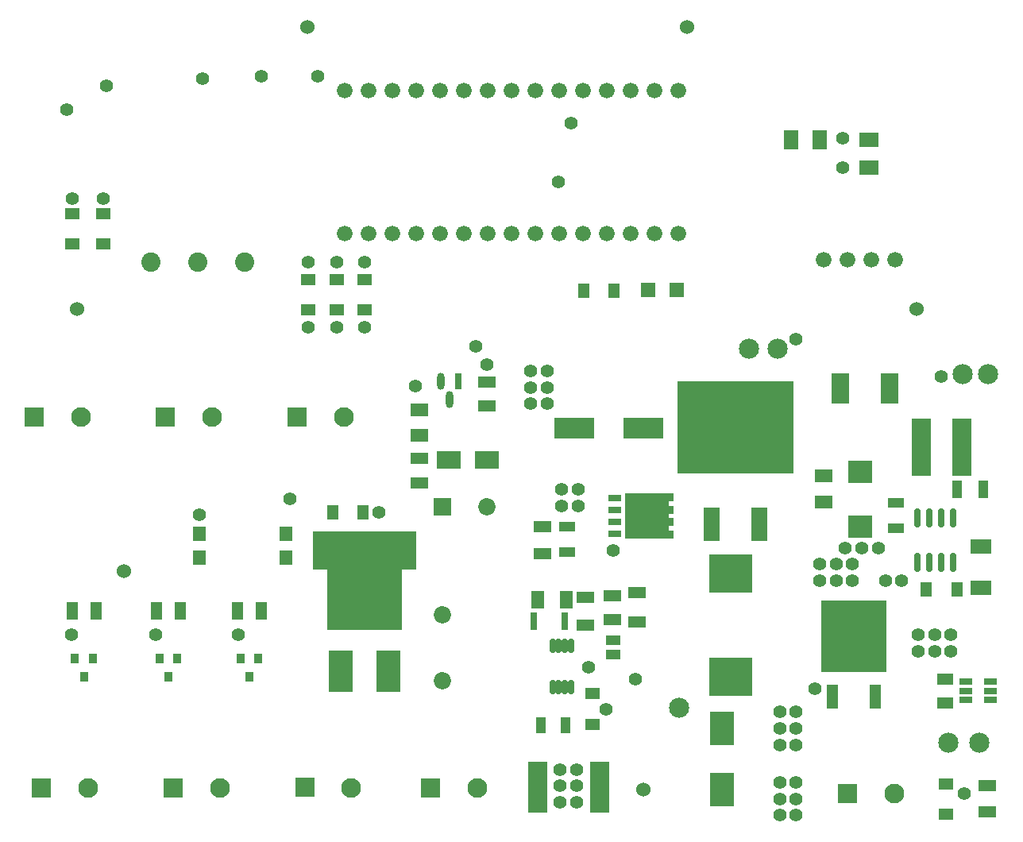
<source format=gts>
G04*
G04 #@! TF.GenerationSoftware,Altium Limited,Altium Designer,21.3.2 (30)*
G04*
G04 Layer_Color=8388736*
%FSLAX44Y44*%
%MOMM*%
G71*
G04*
G04 #@! TF.SameCoordinates,4244C718-2E5F-4D70-85F9-B0E7FB749B1B*
G04*
G04*
G04 #@! TF.FilePolarity,Negative*
G04*
G01*
G75*
%ADD61R,1.8082X1.2555*%
%ADD62R,1.5500X1.6500*%
%ADD63R,1.6500X1.1500*%
%ADD64C,2.1500*%
%ADD65R,1.3500X0.8000*%
%ADD66R,1.1500X2.6500*%
%ADD67R,7.0000X7.6500*%
%ADD68R,2.5000X2.3500*%
%ADD69R,0.7769X1.8087*%
G04:AMPARAMS|DCode=70|XSize=1.8087mm|YSize=0.7769mm|CornerRadius=0.3884mm|HoleSize=0mm|Usage=FLASHONLY|Rotation=270.000|XOffset=0mm|YOffset=0mm|HoleType=Round|Shape=RoundedRectangle|*
%AMROUNDEDRECTD70*
21,1,1.8087,0.0000,0,0,270.0*
21,1,1.0319,0.7769,0,0,270.0*
1,1,0.7768,0.0000,-0.5159*
1,1,0.7768,0.0000,0.5159*
1,1,0.7768,0.0000,0.5159*
1,1,0.7768,0.0000,-0.5159*
%
%ADD70ROUNDEDRECTD70*%
%ADD71R,2.6500X1.8500*%
%ADD72R,1.8500X1.2000*%
%ADD73R,1.9500X1.4000*%
%ADD74R,1.9500X1.2000*%
%ADD75R,4.6500X4.1500*%
%ADD76O,0.7500X2.0500*%
G04:AMPARAMS|DCode=77|XSize=0.6mm|YSize=1.5mm|CornerRadius=0.1245mm|HoleSize=0mm|Usage=FLASHONLY|Rotation=0.000|XOffset=0mm|YOffset=0mm|HoleType=Round|Shape=RoundedRectangle|*
%AMROUNDEDRECTD77*
21,1,0.6000,1.2510,0,0,0.0*
21,1,0.3510,1.5000,0,0,0.0*
1,1,0.2490,0.1755,-0.6255*
1,1,0.2490,-0.1755,-0.6255*
1,1,0.2490,-0.1755,0.6255*
1,1,0.2490,0.1755,0.6255*
%
%ADD77ROUNDEDRECTD77*%
%ADD78R,1.5000X1.2500*%
%ADD79R,2.2500X1.5500*%
%ADD80R,2.5500X4.3800*%
%ADD81C,7.3500*%
%ADD82R,1.4500X1.6500*%
%ADD83R,1.1500X1.6500*%
%ADD84R,0.9500X1.0500*%
%ADD85R,1.2000X1.8500*%
%ADD86R,1.6000X2.0000*%
%ADD87R,2.0500X1.6500*%
%ADD88R,1.0500X1.7000*%
%ADD89R,1.7000X1.0500*%
%ADD90R,1.8500X1.3000*%
%ADD91R,1.4000X1.9500*%
%ADD92R,4.3500X2.2500*%
%ADD93R,1.5000X1.1000*%
%ADD94R,1.9700X1.3100*%
%ADD95R,0.7062X1.9562*%
%ADD96R,2.1500X6.1500*%
%ADD97R,1.2500X1.5000*%
%ADD98R,1.1000X1.8500*%
%ADD99R,1.9300X3.3000*%
%ADD100R,1.7500X3.6500*%
%ADD101R,12.3500X9.9000*%
%ADD102R,2.1500X5.4500*%
%ADD103R,2.6500X3.6500*%
%ADD104R,1.9082X1.3061*%
%ADD105C,2.0500*%
%ADD106C,1.5240*%
%ADD107C,1.6740*%
%ADD108C,2.1000*%
%ADD109R,2.1000X2.1000*%
%ADD110C,1.8500*%
%ADD111R,1.8500X1.8500*%
%ADD112C,1.4200*%
G36*
X737678Y-576653D02*
X737793Y-576680D01*
X737902Y-576726D01*
X738002Y-576787D01*
X738092Y-576864D01*
X738169Y-576954D01*
X738230Y-577054D01*
X738276Y-577164D01*
X738303Y-577278D01*
X738312Y-577396D01*
Y-584396D01*
X738303Y-584514D01*
X738276Y-584628D01*
X738230Y-584738D01*
X738169Y-584838D01*
X738092Y-584928D01*
X738002Y-585005D01*
X737902Y-585066D01*
X737793Y-585112D01*
X737678Y-585139D01*
X737560Y-585148D01*
X733312D01*
Y-589994D01*
X737560D01*
X737678Y-590003D01*
X737793Y-590031D01*
X737902Y-590076D01*
X738002Y-590137D01*
X738092Y-590214D01*
X738169Y-590304D01*
X738230Y-590405D01*
X738276Y-590513D01*
X738303Y-590628D01*
X738312Y-590746D01*
Y-597746D01*
X738303Y-597864D01*
X738276Y-597979D01*
X738230Y-598088D01*
X738169Y-598188D01*
X738092Y-598278D01*
X738002Y-598355D01*
X737902Y-598416D01*
X737793Y-598461D01*
X737678Y-598489D01*
X737560Y-598498D01*
X733312D01*
Y-603294D01*
X737560D01*
X737678Y-603303D01*
X737793Y-603330D01*
X737902Y-603376D01*
X738002Y-603437D01*
X738092Y-603514D01*
X738169Y-603604D01*
X738230Y-603704D01*
X738276Y-603814D01*
X738303Y-603928D01*
X738312Y-604046D01*
Y-611046D01*
X738303Y-611164D01*
X738276Y-611278D01*
X738230Y-611388D01*
X738169Y-611488D01*
X738092Y-611578D01*
X738002Y-611655D01*
X737902Y-611716D01*
X737793Y-611762D01*
X737678Y-611789D01*
X737560Y-611798D01*
X733312D01*
Y-616644D01*
X737560D01*
X737678Y-616653D01*
X737793Y-616680D01*
X737902Y-616726D01*
X738002Y-616787D01*
X738092Y-616864D01*
X738169Y-616954D01*
X738230Y-617054D01*
X738276Y-617164D01*
X738303Y-617278D01*
X738312Y-617396D01*
Y-624396D01*
X738303Y-624514D01*
X738276Y-624628D01*
X738230Y-624738D01*
X738169Y-624838D01*
X738092Y-624928D01*
X738002Y-625005D01*
X737902Y-625066D01*
X737793Y-625112D01*
X737678Y-625139D01*
X737560Y-625148D01*
X687560D01*
X687442Y-625139D01*
X687327Y-625112D01*
X687218Y-625066D01*
X687118Y-625005D01*
X687028Y-624928D01*
X686951Y-624838D01*
X686890Y-624738D01*
X686844Y-624628D01*
X686817Y-624514D01*
X686808Y-624396D01*
Y-577396D01*
X686817Y-577278D01*
X686844Y-577164D01*
X686890Y-577054D01*
X686951Y-576954D01*
X687028Y-576864D01*
X687118Y-576787D01*
X687218Y-576726D01*
X687327Y-576680D01*
X687442Y-576653D01*
X687560Y-576644D01*
X737560D01*
X737678Y-576653D01*
D02*
G37*
G36*
X463750Y-657700D02*
X448750D01*
Y-722700D01*
X368750D01*
Y-657700D01*
X353750D01*
Y-617500D01*
X463750D01*
Y-657700D01*
D02*
G37*
D61*
X1027500Y-800264D02*
D03*
Y-774736D02*
D03*
D62*
X711144Y-360219D02*
D03*
X741144D02*
D03*
D63*
X408750Y-349000D02*
D03*
Y-381000D02*
D03*
X378750Y-349000D02*
D03*
Y-381000D02*
D03*
X348750Y-349000D02*
D03*
Y-381000D02*
D03*
X97500Y-311000D02*
D03*
Y-279000D02*
D03*
X130000Y-311000D02*
D03*
Y-279000D02*
D03*
X1028750Y-918500D02*
D03*
Y-886500D02*
D03*
D64*
X848750Y-422500D02*
D03*
X1063750Y-842500D02*
D03*
X743750Y-805000D02*
D03*
X1031250Y-842500D02*
D03*
X1046250Y-450000D02*
D03*
X1073750D02*
D03*
X818750Y-422500D02*
D03*
D65*
X1075770Y-796763D02*
D03*
Y-787263D02*
D03*
Y-777763D02*
D03*
X1049770D02*
D03*
Y-787263D02*
D03*
Y-796763D02*
D03*
X675060Y-581846D02*
D03*
Y-594546D02*
D03*
Y-607246D02*
D03*
Y-619946D02*
D03*
X731250Y-620962D02*
D03*
Y-607500D02*
D03*
Y-594292D02*
D03*
Y-580830D02*
D03*
D66*
X907220Y-793881D02*
D03*
X952820D02*
D03*
D67*
X930020Y-728881D02*
D03*
D68*
X936887Y-553688D02*
D03*
Y-612188D02*
D03*
D69*
X508240Y-457402D02*
D03*
D70*
X489940D02*
D03*
X499090Y-476936D02*
D03*
D71*
X498750Y-541230D02*
D03*
X538750D02*
D03*
D72*
X467483Y-565446D02*
D03*
Y-539946D02*
D03*
X598750Y-641000D02*
D03*
Y-612500D02*
D03*
D73*
X467483Y-487575D02*
D03*
Y-515075D02*
D03*
X898297Y-558483D02*
D03*
Y-585983D02*
D03*
D74*
X538750Y-483980D02*
D03*
Y-458480D02*
D03*
X672648Y-686236D02*
D03*
Y-711736D02*
D03*
D75*
X798750Y-772500D02*
D03*
Y-662500D02*
D03*
D76*
X1036429Y-603427D02*
D03*
X1023729D02*
D03*
X1011029D02*
D03*
X998329D02*
D03*
X1036429Y-650426D02*
D03*
X1023729D02*
D03*
X1011029D02*
D03*
X998329D02*
D03*
D77*
X628684Y-783430D02*
D03*
Y-738931D02*
D03*
X622184D02*
D03*
X615684D02*
D03*
X609184D02*
D03*
X622184Y-783430D02*
D03*
X615684D02*
D03*
X609184D02*
D03*
D78*
X651639Y-790323D02*
D03*
Y-823323D02*
D03*
D79*
X1065503Y-633846D02*
D03*
Y-677846D02*
D03*
D80*
X383350Y-766350D02*
D03*
X434150D02*
D03*
D81*
X408750Y-666027D02*
D03*
D82*
X232750Y-645200D02*
D03*
Y-619800D02*
D03*
X324750D02*
D03*
Y-645200D02*
D03*
D83*
X407229Y-597444D02*
D03*
X375229D02*
D03*
X642750Y-361230D02*
D03*
X674750D02*
D03*
D84*
X295500Y-752500D02*
D03*
X276500D02*
D03*
X286000Y-772500D02*
D03*
X209078Y-752500D02*
D03*
X190078D02*
D03*
X199578Y-772500D02*
D03*
X118995Y-752500D02*
D03*
X99995D02*
D03*
X109495Y-772500D02*
D03*
D85*
X298750Y-702500D02*
D03*
X273250D02*
D03*
X212328D02*
D03*
X186828D02*
D03*
X122245D02*
D03*
X96745D02*
D03*
D86*
X893750Y-200000D02*
D03*
X863750D02*
D03*
D87*
X946292Y-229821D02*
D03*
Y-199821D02*
D03*
D88*
X596594Y-823984D02*
D03*
X623094D02*
D03*
D89*
X624748Y-639253D02*
D03*
Y-612753D02*
D03*
X974988Y-613640D02*
D03*
Y-587140D02*
D03*
D90*
X698750Y-682500D02*
D03*
Y-714000D02*
D03*
D91*
X623451Y-690326D02*
D03*
X592951D02*
D03*
D92*
X632250Y-507500D02*
D03*
X706250D02*
D03*
D93*
X673398Y-748595D02*
D03*
Y-733595D02*
D03*
D94*
X643750Y-687750D02*
D03*
Y-717250D02*
D03*
D95*
X589349Y-713492D02*
D03*
X621849D02*
D03*
D96*
X1002250Y-527500D02*
D03*
X1045250D02*
D03*
D97*
X1006929Y-678825D02*
D03*
X1039929D02*
D03*
D98*
X1068026Y-572233D02*
D03*
X1040026D02*
D03*
D99*
X916250Y-465000D02*
D03*
X968550D02*
D03*
D100*
X829150Y-609500D02*
D03*
X778350D02*
D03*
D101*
X803750Y-506750D02*
D03*
D102*
X659250Y-890000D02*
D03*
X593250D02*
D03*
D103*
X790000Y-892500D02*
D03*
Y-827500D02*
D03*
D104*
X1072679Y-888198D02*
D03*
Y-916720D02*
D03*
D105*
X281250Y-330300D02*
D03*
X231250D02*
D03*
X181250D02*
D03*
D106*
X347500Y-80000D02*
D03*
X706250Y-892500D02*
D03*
X152500Y-660000D02*
D03*
X102500Y-380000D02*
D03*
X997500D02*
D03*
X752500Y-80000D02*
D03*
D107*
X743220Y-147560D02*
D03*
X717820D02*
D03*
X692420D02*
D03*
X667020D02*
D03*
X641620D02*
D03*
X616220D02*
D03*
X590820D02*
D03*
X565420D02*
D03*
X540020D02*
D03*
X514620D02*
D03*
X489220D02*
D03*
X463820D02*
D03*
X438420D02*
D03*
X413020D02*
D03*
X387620D02*
D03*
X743220Y-299960D02*
D03*
X717820D02*
D03*
X692420D02*
D03*
X667020D02*
D03*
X641620D02*
D03*
X616220D02*
D03*
X590820D02*
D03*
X565420D02*
D03*
X540020D02*
D03*
X514620D02*
D03*
X489220D02*
D03*
X463820D02*
D03*
X438420D02*
D03*
X413020D02*
D03*
X387620D02*
D03*
X974550Y-327500D02*
D03*
X949150D02*
D03*
X923750D02*
D03*
X898350D02*
D03*
D108*
X973750Y-897000D02*
D03*
X386567Y-495480D02*
D03*
X528750Y-891230D02*
D03*
X394362D02*
D03*
X106567Y-495480D02*
D03*
X254362Y-891230D02*
D03*
X114362D02*
D03*
X246567Y-495480D02*
D03*
D109*
X923750Y-897000D02*
D03*
X336567Y-495480D02*
D03*
X478750Y-891230D02*
D03*
X345633Y-889960D02*
D03*
X56567Y-495480D02*
D03*
X204363Y-891230D02*
D03*
X64363D02*
D03*
X196567Y-495480D02*
D03*
D110*
X491750Y-776230D02*
D03*
Y-706230D02*
D03*
X538750Y-591230D02*
D03*
D111*
X491750D02*
D03*
D112*
X615000Y-245000D02*
D03*
X647500Y-762500D02*
D03*
X1033750Y-745000D02*
D03*
X527500Y-420000D02*
D03*
X462500Y-462500D02*
D03*
X697500Y-775000D02*
D03*
X348750Y-330000D02*
D03*
X408750D02*
D03*
X378750D02*
D03*
X97500Y-262500D02*
D03*
X130000D02*
D03*
X348750Y-400000D02*
D03*
X408750D02*
D03*
X378750D02*
D03*
X328750Y-582500D02*
D03*
X273750Y-727500D02*
D03*
X186250D02*
D03*
X96250D02*
D03*
X617083Y-871129D02*
D03*
X634583D02*
D03*
Y-888629D02*
D03*
X617083D02*
D03*
Y-906129D02*
D03*
X634583D02*
D03*
X603420Y-481315D02*
D03*
X585920D02*
D03*
Y-463815D02*
D03*
X603420D02*
D03*
Y-446315D02*
D03*
X585920D02*
D03*
X918750Y-230000D02*
D03*
X1023750Y-452500D02*
D03*
X232604Y-599514D02*
D03*
X888750Y-785000D02*
D03*
X618750Y-590000D02*
D03*
X636250D02*
D03*
Y-572500D02*
D03*
X618750D02*
D03*
X674085Y-637500D02*
D03*
X666250Y-807500D02*
D03*
X1048201Y-897030D02*
D03*
X1016250Y-727500D02*
D03*
X1033750D02*
D03*
X1016250Y-745000D02*
D03*
X998750Y-727500D02*
D03*
Y-745000D02*
D03*
X851250Y-810000D02*
D03*
X868750D02*
D03*
Y-827500D02*
D03*
X851250D02*
D03*
Y-845000D02*
D03*
X868750D02*
D03*
X911250Y-652500D02*
D03*
X893750D02*
D03*
Y-670000D02*
D03*
X911250D02*
D03*
X928750D02*
D03*
X963750D02*
D03*
X91250Y-167500D02*
D03*
X236250Y-135000D02*
D03*
X133750Y-142500D02*
D03*
X868750Y-920000D02*
D03*
X851250D02*
D03*
Y-902500D02*
D03*
X868750D02*
D03*
Y-885000D02*
D03*
X851250D02*
D03*
X868750Y-412500D02*
D03*
X423610Y-597176D02*
D03*
X538750Y-440000D02*
D03*
X956250Y-635000D02*
D03*
X928750Y-652500D02*
D03*
X981250Y-670000D02*
D03*
X921250Y-635000D02*
D03*
X938750D02*
D03*
X298750Y-132500D02*
D03*
X358750D02*
D03*
X628750Y-182500D02*
D03*
X918750Y-198730D02*
D03*
M02*

</source>
